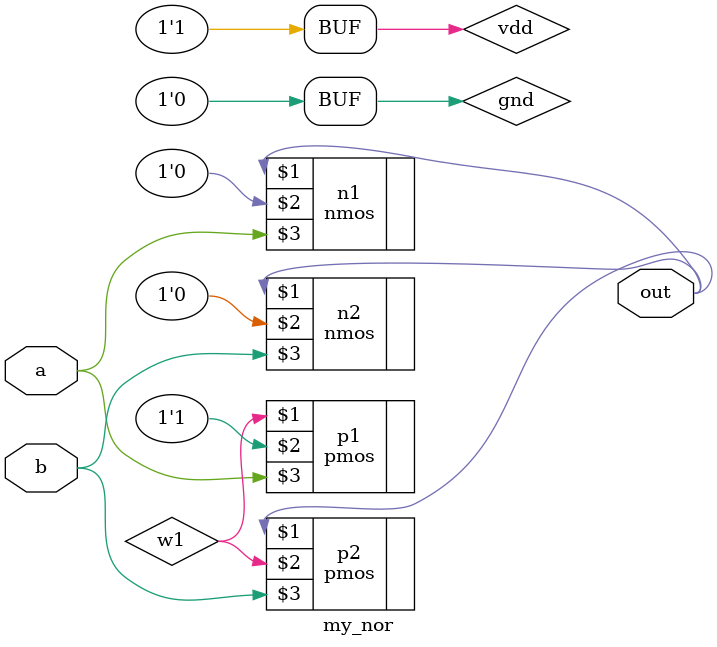
<source format=v>
module my_nor (input a, input b, output out);
	supply1 vdd;
	supply0 gnd;
	wire w1;
	nmos n1 (out, gnd, a);
	nmos n2 (out, gnd, b);
	pmos p1 (w1, vdd, a);
	pmos p2 (out, w1, b);
endmodule 
</source>
